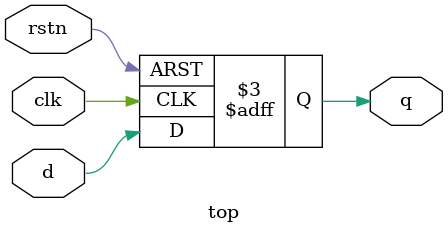
<source format=v>

module top  (input d,
              input rstn,
              input clk,
              output reg q);
 
  always @ (posedge clk or negedge rstn) 
      begin
       if (!rstn)
          q <= 0;
       else
          q <= d;
      end    
endmodule
 

</source>
